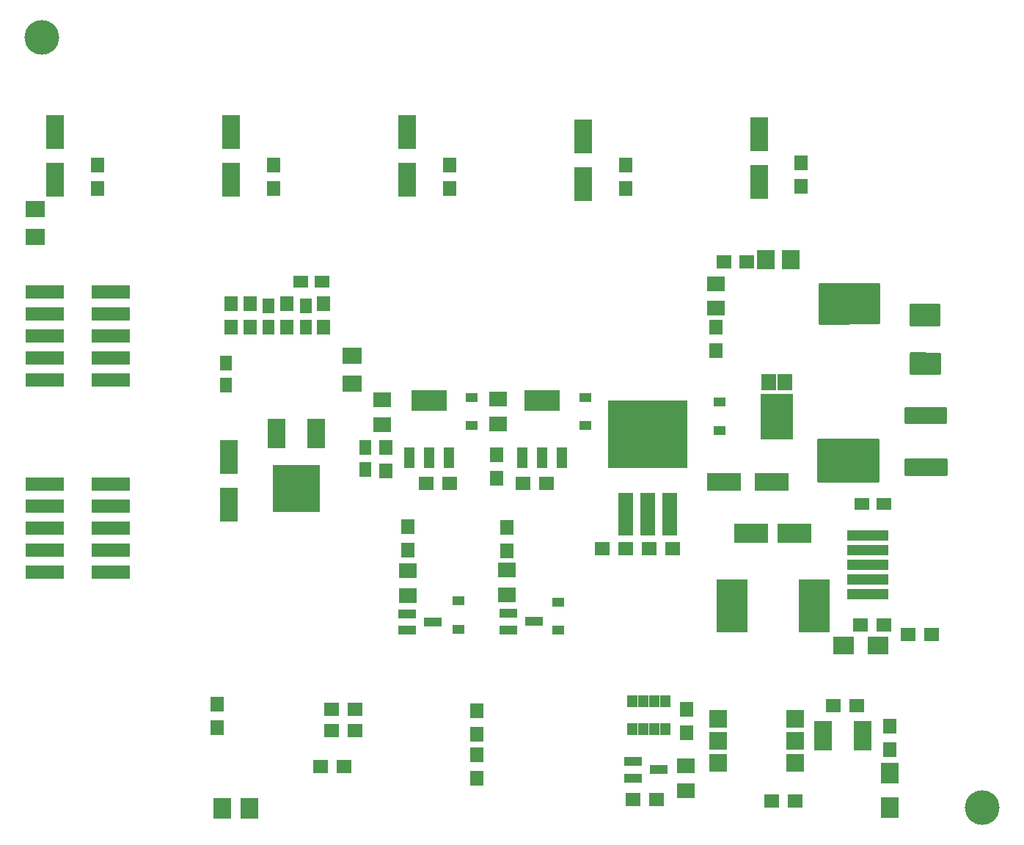
<source format=gbr>
G04 #@! TF.FileFunction,Soldermask,Top*
%FSLAX46Y46*%
G04 Gerber Fmt 4.6, Leading zero omitted, Abs format (unit mm)*
G04 Created by KiCad (PCBNEW 4.0.2-stable) date 4/3/2017 10:15:00 PM*
%MOMM*%
G01*
G04 APERTURE LIST*
%ADD10C,0.100000*%
%ADD12C,4.000*%
%ADD16R,3.999180X2.000200*%
%ADD17R,3.656000X6.100000*%
%ADD18R,2.000200X3.999180*%
%ADD19R,1.420000X1.110000*%
%ADD20R,1.450000X1.700000*%
%ADD21R,1.700000X1.450000*%
%ADD22R,4.057600X2.432000*%
%ADD23R,1.20000X2.400000*%
%ADD24R,1.700000X1.500000*%
%ADD29R,1.600000X1.700000*%
%ADD30R,4.800000X1.300000*%
%ADD32R,1.790000X5.000000*%
%ADD33R,9.200000X7.800000*%
%ADD34R,3.900120X2.200860*%
%ADD35R,1.997660X2.200860*%
%ADD36R,2.000860X1.797660*%
%ADD44R,2.051000X3.448000*%
%ADD45R,5.496000X5.496000*%
%ADD46R,1.300000X1.416000*%
%ADD47R,2.000860X1.000100*%
%ADD58R,2.000000X2.000000*%
%ADD59R,2.000000X2.400000*%
%ADD60R,2.400000X2.000000*%
%ADD61R,1.797000X1.924000*%
%ADD62R,3.778200X5.276800*%
%ADD63R,4.518000X1.570000*%
%ADD64R,2.229460X1.851000*%
%ADD65R,2.051000X2.429460*%
%ADD66C,0.254000*%
G04 APERTURE END LIST*
D10*
D11*
X148082000Y-124460000D03*
X145542000Y-124460000D03*
X143002000Y-124460000D03*
X140462000Y-124460000D03*
X137922000Y-124460000D03*
X135382000Y-124460000D03*
X132842000Y-124460000D03*
X130302000Y-124460000D03*
X125222000Y-76200000D03*
X127762000Y-76200000D03*
X130302000Y-76200000D03*
X132842000Y-76200000D03*
X143002000Y-76200000D03*
X148082000Y-76200000D03*
X150622000Y-76200000D03*
X140462000Y-76200000D03*
X137922000Y-76200000D03*
X135382000Y-76200000D03*
X153162000Y-76200000D03*
X155702000Y-76200000D03*
X158242000Y-76200000D03*
X165862000Y-76200000D03*
X163322000Y-76200000D03*
X160782000Y-76200000D03*
X170942000Y-76200000D03*
X173482000Y-76200000D03*
X176022000Y-76200000D03*
X181102000Y-76200000D03*
X183642000Y-76200000D03*
X153162000Y-124460000D03*
X155702000Y-124460000D03*
X158242000Y-124460000D03*
X160782000Y-124460000D03*
X163322000Y-124460000D03*
X165862000Y-124460000D03*
X168402000Y-124460000D03*
X170942000Y-124460000D03*
X175006000Y-124460000D03*
X177546000Y-124460000D03*
X180086000Y-124460000D03*
X182626000Y-124460000D03*
X185166000Y-124460000D03*
X187706000Y-124460000D03*
X190246000Y-124460000D03*
X192786000Y-124460000D03*
X178562000Y-76200000D03*
D13*
X122682000Y-121920000D03*
X120142000Y-121920000D03*
X122682000Y-119380000D03*
X120142000Y-119380000D03*
X122682000Y-116840000D03*
X120142000Y-116840000D03*
X122682000Y-114300000D03*
X120142000Y-114300000D03*
X122682000Y-124460000D03*
X120142000Y-124460000D03*
X120142000Y-111760000D03*
X122682000Y-111760000D03*
X122682000Y-109220000D03*
X120142000Y-109220000D03*
X122682000Y-106680000D03*
X120142000Y-106680000D03*
X122682000Y-104140000D03*
X120142000Y-104140000D03*
X122682000Y-101600000D03*
X120142000Y-101600000D03*
X122682000Y-99060000D03*
X120142000Y-99060000D03*
X122682000Y-96520000D03*
X120142000Y-96520000D03*
X122682000Y-93980000D03*
X120142000Y-93980000D03*
X122682000Y-91440000D03*
X120142000Y-91440000D03*
X122682000Y-88900000D03*
X120142000Y-88900000D03*
X122682000Y-86360000D03*
X120142000Y-86360000D03*
X122682000Y-83820000D03*
X120142000Y-83820000D03*
X122682000Y-81280000D03*
X120142000Y-81280000D03*
D14*
X150050500Y-58166000D03*
D13*
X147510500Y-58166000D03*
X144970500Y-58166000D03*
X142430500Y-58166000D03*
X139890500Y-58166000D03*
X137350500Y-58166000D03*
D14*
X134810500Y-58166000D03*
D13*
X132270500Y-58166000D03*
X132270500Y-70866000D03*
X134810500Y-70866000D03*
X137350500Y-70866000D03*
X139890500Y-70866000D03*
X142430500Y-70866000D03*
X144970500Y-70866000D03*
X147510500Y-70866000D03*
X150050500Y-70866000D03*
D15*
X174671091Y-83705444D03*
X174671091Y-88785444D03*
D16*
X191980820Y-102108000D03*
X186479180Y-102108000D03*
D17*
X196881500Y-116443000D03*
X187381500Y-116443000D03*
D18*
X129311400Y-99230180D03*
X129311400Y-104731820D03*
D14*
X170370500Y-58166000D03*
D13*
X167830500Y-58166000D03*
X165290500Y-58166000D03*
X162750500Y-58166000D03*
X160210500Y-58166000D03*
X157670500Y-58166000D03*
D14*
X155130500Y-58166000D03*
D13*
X152590500Y-58166000D03*
X152590500Y-70866000D03*
X155130500Y-70866000D03*
X157670500Y-70866000D03*
X160210500Y-70866000D03*
X162750500Y-70866000D03*
X165290500Y-70866000D03*
X167830500Y-70866000D03*
X170370500Y-70866000D03*
D14*
X211010500Y-58166000D03*
D13*
X208470500Y-58166000D03*
X205930500Y-58166000D03*
X203390500Y-58166000D03*
X200850500Y-58166000D03*
X198310500Y-58166000D03*
D14*
X195770500Y-58166000D03*
D13*
X193230500Y-58166000D03*
X193230500Y-70866000D03*
X195770500Y-70866000D03*
X198310500Y-70866000D03*
X200850500Y-70866000D03*
X203390500Y-70866000D03*
X205930500Y-70866000D03*
X208470500Y-70866000D03*
X211010500Y-70866000D03*
D19*
X155829000Y-115840000D03*
X155829000Y-119110000D03*
D15*
X207060800Y-82753200D03*
X212140800Y-82753200D03*
X207086200Y-88417400D03*
X212166200Y-88417400D03*
X207162400Y-94310200D03*
X212242400Y-94310200D03*
D14*
X129730500Y-58166000D03*
D13*
X127190500Y-58166000D03*
X124650500Y-58166000D03*
X122110500Y-58166000D03*
X119570500Y-58166000D03*
X117030500Y-58166000D03*
D14*
X114490500Y-58166000D03*
D13*
X111950500Y-58166000D03*
X111950500Y-70866000D03*
X114490500Y-70866000D03*
X117030500Y-70866000D03*
X119570500Y-70866000D03*
X122110500Y-70866000D03*
X124650500Y-70866000D03*
X127190500Y-70866000D03*
X129730500Y-70866000D03*
D15*
X180513090Y-83705444D03*
X180513090Y-88785444D03*
D14*
X190690500Y-58166000D03*
D13*
X188150500Y-58166000D03*
X185610500Y-58166000D03*
X183070500Y-58166000D03*
X180530500Y-58166000D03*
X177990500Y-58166000D03*
D14*
X175450500Y-58166000D03*
D13*
X172910500Y-58166000D03*
X172910500Y-70866000D03*
X175450500Y-70866000D03*
X177990500Y-70866000D03*
X180530500Y-70866000D03*
X183070500Y-70866000D03*
X185610500Y-70866000D03*
X188150500Y-70866000D03*
X190690500Y-70866000D03*
D18*
X190500000Y-62019180D03*
X190500000Y-67520820D03*
X170180000Y-62273180D03*
X170180000Y-67774820D03*
X149860000Y-61765180D03*
X149860000Y-67266820D03*
X129540000Y-61765180D03*
X129540000Y-67266820D03*
X109220000Y-61765180D03*
X109220000Y-67266820D03*
D20*
X128955800Y-88437400D03*
X128955800Y-90937400D03*
X133883400Y-84257200D03*
X133883400Y-81757200D03*
X138150600Y-84257200D03*
X138150600Y-81757200D03*
D21*
X140061000Y-79019400D03*
X137561000Y-79019400D03*
D22*
X165481000Y-92710000D03*
D23*
X165481000Y-99314000D03*
X167767000Y-99314000D03*
X163195000Y-99314000D03*
D24*
X177783500Y-109855000D03*
X180483500Y-109855000D03*
X175086000Y-109855000D03*
X172386000Y-109855000D03*
D15*
X207137000Y-100253800D03*
X212217000Y-100253800D03*
D25*
X135001000Y-136906000D03*
D26*
X135001000Y-134366000D03*
X135001000Y-131826000D03*
X135001000Y-129286000D03*
D27*
X205930500Y-54102000D03*
D28*
X203390500Y-54102000D03*
X200850500Y-54102000D03*
X198310500Y-54102000D03*
D27*
X185610500Y-54102000D03*
D28*
X183070500Y-54102000D03*
X180530500Y-54102000D03*
X177990500Y-54102000D03*
D27*
X165303200Y-51562000D03*
D28*
X162763200Y-51562000D03*
X160223200Y-51562000D03*
X157683200Y-51562000D03*
D27*
X165303200Y-54102000D03*
D28*
X162763200Y-54102000D03*
X160223200Y-54102000D03*
X157683200Y-54102000D03*
D27*
X144970500Y-54102000D03*
D28*
X142430500Y-54102000D03*
X139890500Y-54102000D03*
X137350500Y-54102000D03*
D27*
X124650500Y-54102000D03*
D28*
X122110500Y-54102000D03*
X119570500Y-54102000D03*
X117030500Y-54102000D03*
D15*
X167386000Y-88773000D03*
X167386000Y-83693000D03*
X161544000Y-88773000D03*
X161544000Y-83693000D03*
D29*
X185547000Y-86973400D03*
X185547000Y-84273400D03*
X154813000Y-65579000D03*
X154813000Y-68279000D03*
X195326000Y-65325000D03*
X195326000Y-68025000D03*
X175133000Y-65579000D03*
X175133000Y-68279000D03*
X134493000Y-65579000D03*
X134493000Y-68279000D03*
X114173000Y-65579000D03*
X114173000Y-68279000D03*
D30*
X203073000Y-115096500D03*
X203073000Y-113396500D03*
X203073000Y-109996500D03*
D31*
X212223000Y-111696500D03*
D30*
X203073000Y-111696500D03*
X203073000Y-108296500D03*
D32*
X177673000Y-105797000D03*
D33*
X177673000Y-96647000D03*
D32*
X180213000Y-105797000D03*
X175133000Y-105797000D03*
D34*
X194586860Y-108077000D03*
X189588140Y-108077000D03*
D24*
X202231000Y-118618000D03*
X204931000Y-118618000D03*
X207692000Y-119761000D03*
X210392000Y-119761000D03*
D22*
X152400000Y-92710000D03*
D23*
X152400000Y-99314000D03*
X154686000Y-99314000D03*
X150114000Y-99314000D03*
D35*
X191302640Y-76454000D03*
X194142360Y-76454000D03*
D36*
X185547000Y-82064860D03*
X185547000Y-79225140D03*
X161417000Y-112295940D03*
X161417000Y-115135660D03*
X160401000Y-95399860D03*
X160401000Y-92560140D03*
X147015200Y-95501460D03*
X147015200Y-92661740D03*
X149987000Y-112397540D03*
X149987000Y-115237260D03*
D37*
X216969600Y-65593600D03*
X216969600Y-61093600D03*
D38*
X214469600Y-66843600D03*
X214469600Y-59843600D03*
D19*
X157353000Y-92345000D03*
X157353000Y-95615000D03*
X167322500Y-115967000D03*
X167322500Y-119237000D03*
X170434000Y-92345000D03*
X170434000Y-95615000D03*
D15*
X154432000Y-83693000D03*
X154432000Y-88773000D03*
X148463000Y-88773000D03*
X148463000Y-83693000D03*
D39*
X139446000Y-87096600D03*
D40*
X139446000Y-89636600D03*
X136906000Y-87096600D03*
X136906000Y-89636600D03*
X134366000Y-87096600D03*
X134366000Y-89636600D03*
X131826000Y-87096600D03*
X131826000Y-89636600D03*
D39*
X141605000Y-111760000D03*
D40*
X141605000Y-114300000D03*
X139065000Y-111760000D03*
X139065000Y-114300000D03*
X136525000Y-111760000D03*
X136525000Y-114300000D03*
X133985000Y-111760000D03*
X133985000Y-114300000D03*
X131445000Y-111760000D03*
X131445000Y-114300000D03*
X128905000Y-111760000D03*
X128905000Y-114300000D03*
D27*
X141605000Y-109220000D03*
D28*
X139065000Y-109220000D03*
X136525000Y-109220000D03*
X133985000Y-109220000D03*
X131445000Y-109220000D03*
X128905000Y-109220000D03*
D25*
X163449000Y-136906000D03*
D26*
X163449000Y-134366000D03*
X163449000Y-131826000D03*
D25*
X167259000Y-136906000D03*
D26*
X167259000Y-134366000D03*
X167259000Y-131826000D03*
D25*
X171069000Y-136906000D03*
D26*
X171069000Y-134366000D03*
X171069000Y-131826000D03*
D25*
X154559000Y-136906000D03*
D26*
X154559000Y-134366000D03*
X154559000Y-131826000D03*
X154559000Y-129286000D03*
D25*
X150622000Y-136842500D03*
D26*
X150622000Y-134302500D03*
X150622000Y-131762500D03*
X150622000Y-129222500D03*
D15*
X209677000Y-133680200D03*
X214757000Y-133680200D03*
X209677000Y-127812800D03*
X214757000Y-127812800D03*
D24*
X178616600Y-138734800D03*
X175916600Y-138734800D03*
D29*
X182168800Y-128342400D03*
X182168800Y-131042400D03*
D36*
X182041800Y-134876540D03*
X182041800Y-137716260D03*
D41*
X203352400Y-98679000D03*
X198272400Y-98679000D03*
X200812400Y-96139000D03*
X200812400Y-101219000D03*
X203352400Y-82575400D03*
X198272400Y-82575400D03*
X200812400Y-80035400D03*
X200812400Y-85115400D03*
D42*
X203479400Y-68351400D03*
D43*
X203479400Y-60731400D03*
D42*
X200939400Y-68351400D03*
X200939400Y-60731400D03*
X198399400Y-68351400D03*
X198399400Y-60731400D03*
X183286400Y-68376800D03*
D43*
X183286400Y-60756800D03*
D42*
X180746400Y-68376800D03*
X180746400Y-60756800D03*
X178206400Y-68376800D03*
X178206400Y-60756800D03*
X163195000Y-68326000D03*
D43*
X163195000Y-60706000D03*
D42*
X160655000Y-68326000D03*
X160655000Y-60706000D03*
X158115000Y-68326000D03*
X158115000Y-60706000D03*
X142392400Y-68376800D03*
D43*
X142392400Y-60756800D03*
D42*
X139852400Y-68376800D03*
X139852400Y-60756800D03*
X137312400Y-68376800D03*
X137312400Y-60756800D03*
X122097800Y-68427600D03*
D43*
X122097800Y-60807600D03*
D42*
X119557800Y-68427600D03*
X119557800Y-60807600D03*
X117017800Y-68427600D03*
X117017800Y-60807600D03*
D44*
X139369800Y-96520000D03*
D45*
X137083800Y-102870000D03*
D44*
X134797800Y-96520000D03*
D20*
X145084800Y-98140200D03*
X145084800Y-100640200D03*
D12*
X107696000Y-50800000D03*
X216281000Y-139700000D03*
D46*
X179654200Y-127431800D03*
X175844200Y-127431800D03*
X178384200Y-127431800D03*
X177114200Y-127431800D03*
X178384200Y-130683000D03*
X179654200Y-130683000D03*
X175844200Y-130683000D03*
X177114200Y-130683000D03*
D47*
X161541460Y-117287000D03*
X161541460Y-119187000D03*
X164543740Y-118237000D03*
X175917860Y-134381200D03*
X175917860Y-136281200D03*
X178920140Y-135331200D03*
X149857460Y-117312400D03*
X149857460Y-119212400D03*
X152859740Y-118262400D03*
D48*
X179006500Y-114046000D03*
D49*
X179006500Y-119046000D03*
D50*
X143126460Y-95185980D03*
D51*
X143126460Y-105345980D03*
D52*
X185356500Y-110490000D03*
D53*
X185356500Y-107950000D03*
D29*
X157924500Y-131271000D03*
X157924500Y-128571000D03*
X157924500Y-133651000D03*
X157924500Y-136351000D03*
D24*
X143844000Y-128333500D03*
X141144000Y-128333500D03*
X143844000Y-130810000D03*
X141144000Y-130810000D03*
D39*
X107721400Y-122834400D03*
D40*
X110261400Y-122834400D03*
X107721400Y-125374400D03*
X110261400Y-125374400D03*
X107721400Y-127914400D03*
X110261400Y-127914400D03*
X107721400Y-130454400D03*
X110261400Y-130454400D03*
X107721400Y-132994400D03*
X110261400Y-132994400D03*
X107721400Y-135534400D03*
X110261400Y-135534400D03*
D54*
X122286600Y-135162800D03*
D55*
X124786600Y-135162800D03*
D56*
X122232600Y-129727200D03*
D57*
X124232600Y-129727200D03*
D24*
X186406800Y-76682600D03*
X189106800Y-76682600D03*
X142548600Y-135001000D03*
X139848600Y-135001000D03*
D29*
X127965200Y-130483600D03*
X127965200Y-127783600D03*
D21*
X202394500Y-104648000D03*
X204894500Y-104648000D03*
D29*
X136017000Y-81555600D03*
X136017000Y-84255600D03*
X131749800Y-81555600D03*
X131749800Y-84255600D03*
X140258800Y-81555600D03*
X140258800Y-84255600D03*
X129590800Y-81555600D03*
X129590800Y-84255600D03*
D56*
X153550800Y-113064800D03*
D57*
X155550800Y-113064800D03*
D52*
X153263600Y-108280200D03*
D53*
X155803600Y-108280200D03*
D24*
X199081400Y-127914400D03*
X201781400Y-127914400D03*
X194644000Y-138938000D03*
X191944000Y-138938000D03*
D58*
X185801000Y-129489200D03*
X185801000Y-132029200D03*
X185801000Y-134569200D03*
X194691000Y-134569200D03*
X194691000Y-132029200D03*
X194691000Y-129489200D03*
D44*
X202488800Y-131445000D03*
D44*
X197916800Y-131445000D03*
D59*
X205562200Y-139744200D03*
X205562200Y-135744200D03*
D29*
X205562200Y-133023600D03*
X205562200Y-130323600D03*
D60*
X200260200Y-120980200D03*
X204260200Y-120980200D03*
D61*
X193451480Y-90576400D03*
X191612520Y-90576400D03*
D62*
X192532000Y-94564200D03*
D54*
X166531800Y-111774400D03*
D55*
X166531800Y-109274400D03*
D29*
X149961600Y-109960400D03*
X149961600Y-107260400D03*
X161417000Y-110036600D03*
X161417000Y-107336600D03*
X147396200Y-98116400D03*
X147396200Y-100816400D03*
X160172400Y-98954600D03*
X160172400Y-101654600D03*
D24*
X152091400Y-102311200D03*
X154791400Y-102311200D03*
X163216600Y-102311200D03*
X165916600Y-102311200D03*
D13*
X110591600Y-112547400D03*
X110591600Y-110007400D03*
X110591600Y-107467400D03*
X110591600Y-104927400D03*
X110591600Y-102387400D03*
X113131600Y-102387400D03*
X113131600Y-104927400D03*
X113131600Y-107467400D03*
X113131600Y-110007400D03*
D63*
X115671600Y-112547400D03*
X108051600Y-112547400D03*
X115671600Y-110007400D03*
X108051600Y-110007400D03*
X115671600Y-107467400D03*
X108051600Y-107467400D03*
X115671600Y-104927400D03*
X108051600Y-104927400D03*
X115671600Y-102387400D03*
X108051600Y-102387400D03*
D13*
X113131600Y-112547400D03*
X110566200Y-90322400D03*
X110566200Y-87782400D03*
X110566200Y-85242400D03*
X110566200Y-82702400D03*
X110566200Y-80162400D03*
X113106200Y-80162400D03*
X113106200Y-82702400D03*
X113106200Y-85242400D03*
X113106200Y-87782400D03*
D63*
X115646200Y-90322400D03*
X108026200Y-90322400D03*
X115646200Y-87782400D03*
X108026200Y-87782400D03*
X115646200Y-85242400D03*
X108026200Y-85242400D03*
X115646200Y-82702400D03*
X108026200Y-82702400D03*
X115646200Y-80162400D03*
X108026200Y-80162400D03*
D13*
X113106200Y-90322400D03*
D19*
X185978800Y-92878400D03*
X185978800Y-96148400D03*
D64*
X143510000Y-90738960D03*
X143510000Y-87569040D03*
D65*
X128498600Y-139821920D03*
X131668520Y-139821920D03*
D64*
X106984800Y-70652640D03*
X106984800Y-73822560D03*
D66*
G36*
X204322680Y-83779587D02*
X197423771Y-83794329D01*
X197414150Y-79258160D01*
X204322680Y-79258160D01*
X204322680Y-83779587D01*
X204322680Y-83779587D01*
G37*
X204322680Y-83779587D02*
X197423771Y-83794329D01*
X197414150Y-79258160D01*
X204322680Y-79258160D01*
X204322680Y-83779587D01*
G36*
X204221960Y-102052120D02*
X197261986Y-102052120D01*
X197281296Y-97200542D01*
X204255753Y-97190740D01*
X204221960Y-102052120D01*
X204221960Y-102052120D01*
G37*
X204221960Y-102052120D02*
X197261986Y-102052120D01*
X197281296Y-97200542D01*
X204255753Y-97190740D01*
X204221960Y-102052120D01*
G36*
X211276456Y-81619992D02*
X211262702Y-83967320D01*
X207975200Y-83967320D01*
X207975200Y-81621208D01*
X208150070Y-81615280D01*
X209641421Y-81615280D01*
X211276456Y-81619992D01*
X211276456Y-81619992D01*
G37*
X211276456Y-81619992D02*
X211262702Y-83967320D01*
X207975200Y-83967320D01*
X207975200Y-81621208D01*
X208150070Y-81615280D01*
X209641421Y-81615280D01*
X211276456Y-81619992D01*
G36*
X211298011Y-87277985D02*
X211307180Y-89615918D01*
X207980280Y-89606480D01*
X207980280Y-87275187D01*
X208040160Y-87239259D01*
X211298011Y-87277985D01*
X211298011Y-87277985D01*
G37*
X211298011Y-87277985D02*
X211307180Y-89615918D01*
X207980280Y-89606480D01*
X207980280Y-87275187D01*
X208040160Y-87239259D01*
X211298011Y-87277985D01*
G36*
X212013800Y-95234760D02*
X207391000Y-95234760D01*
X207391000Y-93558360D01*
X212013800Y-93558360D01*
X212013800Y-95234760D01*
X212013800Y-95234760D01*
G37*
X212013800Y-95234760D02*
X207391000Y-95234760D01*
X207391000Y-93558360D01*
X212013800Y-93558360D01*
X212013800Y-95234760D01*
G36*
X212115400Y-101229160D02*
X207370680Y-101229160D01*
X207370680Y-99451160D01*
X212115400Y-99451160D01*
X212115400Y-101229160D01*
X212115400Y-101229160D01*
G37*
X212115400Y-101229160D02*
X207370680Y-101229160D01*
X207370680Y-99451160D01*
X212115400Y-99451160D01*
X212115400Y-101229160D01*
M02*

</source>
